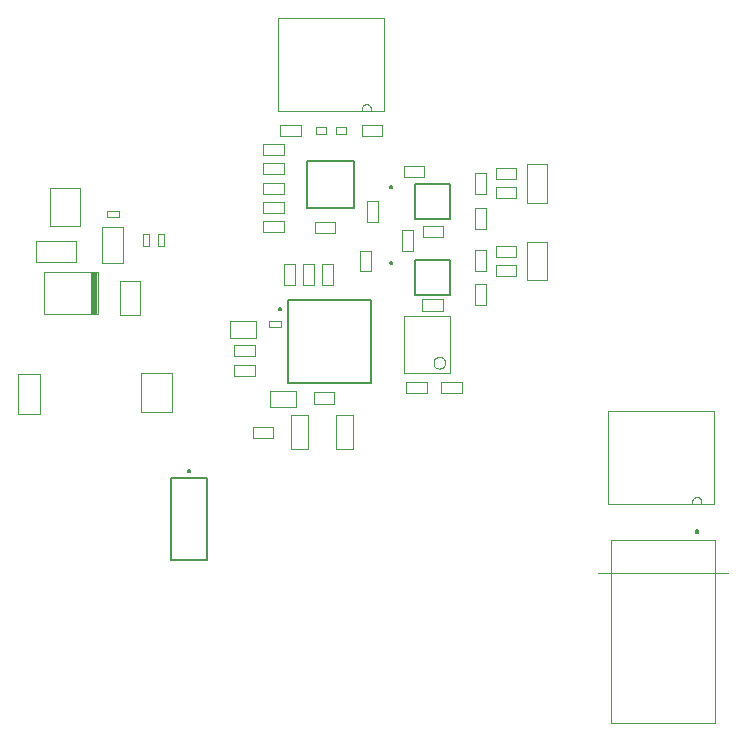
<source format=gbr>
%FSTAX23Y23*%
%MOIN*%
%SFA1B1*%

%IPPOS*%
%ADD71C,0.007874*%
%ADD74C,0.005000*%
%ADD114C,0.003937*%
%ADD116R,0.024199X0.141732*%
%LNpcb_power_measurement_mechanical_13-1*%
%LPD*%
G54D71*
X04621Y01848D02*
D01*
X04621Y01848*
X04621Y01848*
X04621Y01848*
X04621Y01849*
X04621Y01849*
X0462Y01849*
X0462Y0185*
X0462Y0185*
X0462Y0185*
X0462Y0185*
X0462Y0185*
X04619Y01851*
X04619Y01851*
X04619Y01851*
X04619Y01851*
X04619Y01851*
X04618Y01851*
X04618Y01851*
X04618Y01851*
X04618Y01852*
X04617Y01852*
X04617Y01852*
X04617*
X04616Y01852*
X04616Y01852*
X04616Y01851*
X04616Y01851*
X04615Y01851*
X04615Y01851*
X04615Y01851*
X04615Y01851*
X04614Y01851*
X04614Y01851*
X04614Y0185*
X04614Y0185*
X04614Y0185*
X04614Y0185*
X04613Y0185*
X04613Y01849*
X04613Y01849*
X04613Y01849*
X04613Y01848*
X04613Y01848*
X04613Y01848*
X04613Y01848*
X04613Y01847*
X04613Y01847*
X04613Y01847*
X04613Y01847*
X04613Y01846*
X04613Y01846*
X04613Y01846*
X04614Y01846*
X04614Y01845*
X04614Y01845*
X04614Y01845*
X04614Y01845*
X04614Y01845*
X04615Y01844*
X04615Y01844*
X04615Y01844*
X04615Y01844*
X04616Y01844*
X04616Y01844*
X04616Y01844*
X04616Y01844*
X04617Y01844*
X04617*
X04617Y01844*
X04618Y01844*
X04618Y01844*
X04618Y01844*
X04618Y01844*
X04619Y01844*
X04619Y01844*
X04619Y01844*
X04619Y01845*
X04619Y01845*
X0462Y01845*
X0462Y01845*
X0462Y01845*
X0462Y01846*
X0462Y01846*
X0462Y01846*
X04621Y01846*
X04621Y01847*
X04621Y01847*
X04621Y01847*
X04621Y01847*
X04621Y01848*
X03602Y02743D02*
D01*
X03602Y02743*
X03602Y02744*
X03602Y02744*
X03602Y02744*
X03602Y02744*
X03602Y02745*
X03602Y02745*
X03602Y02745*
X03602Y02745*
X03601Y02746*
X03601Y02746*
X03601Y02746*
X03601Y02746*
X03601Y02746*
X036Y02746*
X036Y02747*
X036Y02747*
X036Y02747*
X03599Y02747*
X03599Y02747*
X03599Y02747*
X03598Y02747*
X03598*
X03598Y02747*
X03598Y02747*
X03597Y02747*
X03597Y02747*
X03597Y02747*
X03597Y02747*
X03596Y02746*
X03596Y02746*
X03596Y02746*
X03596Y02746*
X03596Y02746*
X03595Y02746*
X03595Y02745*
X03595Y02745*
X03595Y02745*
X03595Y02745*
X03595Y02744*
X03595Y02744*
X03594Y02744*
X03594Y02744*
X03594Y02743*
X03594Y02743*
X03594Y02743*
X03594Y02743*
X03594Y02742*
X03595Y02742*
X03595Y02742*
X03595Y02741*
X03595Y02741*
X03595Y02741*
X03595Y02741*
X03595Y02741*
X03596Y0274*
X03596Y0274*
X03596Y0274*
X03596Y0274*
X03596Y0274*
X03597Y0274*
X03597Y02739*
X03597Y02739*
X03597Y02739*
X03598Y02739*
X03598Y02739*
X03598Y02739*
X03598*
X03599Y02739*
X03599Y02739*
X03599Y02739*
X036Y02739*
X036Y02739*
X036Y0274*
X036Y0274*
X03601Y0274*
X03601Y0274*
X03601Y0274*
X03601Y0274*
X03601Y02741*
X03602Y02741*
X03602Y02741*
X03602Y02741*
X03602Y02741*
X03602Y02742*
X03602Y02742*
X03602Y02742*
X03602Y02743*
X03602Y02743*
X03602Y02743*
Y02996D02*
D01*
X03602Y02996*
X03602Y02997*
X03602Y02997*
X03602Y02997*
X03602Y02997*
X03602Y02998*
X03602Y02998*
X03602Y02998*
X03602Y02998*
X03601Y02999*
X03601Y02999*
X03601Y02999*
X03601Y02999*
X03601Y02999*
X036Y02999*
X036Y03*
X036Y03*
X036Y03*
X03599Y03*
X03599Y03*
X03599Y03*
X03598Y03*
X03598*
X03598Y03*
X03598Y03*
X03597Y03*
X03597Y03*
X03597Y03*
X03597Y03*
X03596Y02999*
X03596Y02999*
X03596Y02999*
X03596Y02999*
X03596Y02999*
X03595Y02999*
X03595Y02998*
X03595Y02998*
X03595Y02998*
X03595Y02998*
X03595Y02997*
X03595Y02997*
X03594Y02997*
X03594Y02997*
X03594Y02996*
X03594Y02996*
X03594Y02996*
X03594Y02996*
X03594Y02995*
X03595Y02995*
X03595Y02995*
X03595Y02994*
X03595Y02994*
X03595Y02994*
X03595Y02994*
X03595Y02994*
X03596Y02993*
X03596Y02993*
X03596Y02993*
X03596Y02993*
X03596Y02993*
X03597Y02993*
X03597Y02992*
X03597Y02992*
X03597Y02992*
X03598Y02992*
X03598Y02992*
X03598Y02992*
X03598*
X03599Y02992*
X03599Y02992*
X03599Y02992*
X036Y02992*
X036Y02992*
X036Y02993*
X036Y02993*
X03601Y02993*
X03601Y02993*
X03601Y02993*
X03601Y02993*
X03601Y02994*
X03602Y02994*
X03602Y02994*
X03602Y02994*
X03602Y02994*
X03602Y02995*
X03602Y02995*
X03602Y02995*
X03602Y02996*
X03602Y02996*
X03602Y02996*
X03232Y0259D02*
D01*
X03232Y0259*
X03232Y02591*
X03232Y02591*
X03232Y02591*
X03232Y02591*
X03231Y02592*
X03231Y02592*
X03231Y02592*
X03231Y02592*
X03231Y02593*
X03231Y02593*
X0323Y02593*
X0323Y02593*
X0323Y02593*
X0323Y02593*
X0323Y02594*
X03229Y02594*
X03229Y02594*
X03229Y02594*
X03229Y02594*
X03228Y02594*
X03228Y02594*
X03228*
X03227Y02594*
X03227Y02594*
X03227Y02594*
X03227Y02594*
X03226Y02594*
X03226Y02594*
X03226Y02593*
X03226Y02593*
X03225Y02593*
X03225Y02593*
X03225Y02593*
X03225Y02593*
X03225Y02592*
X03225Y02592*
X03224Y02592*
X03224Y02592*
X03224Y02591*
X03224Y02591*
X03224Y02591*
X03224Y02591*
X03224Y0259*
X03224Y0259*
X03224Y0259*
X03224Y0259*
X03224Y02589*
X03224Y02589*
X03224Y02589*
X03224Y02588*
X03224Y02588*
X03225Y02588*
X03225Y02588*
X03225Y02588*
X03225Y02587*
X03225Y02587*
X03225Y02587*
X03226Y02587*
X03226Y02587*
X03226Y02587*
X03226Y02586*
X03227Y02586*
X03227Y02586*
X03227Y02586*
X03227Y02586*
X03228Y02586*
X03228*
X03228Y02586*
X03229Y02586*
X03229Y02586*
X03229Y02586*
X03229Y02586*
X0323Y02587*
X0323Y02587*
X0323Y02587*
X0323Y02587*
X0323Y02587*
X03231Y02587*
X03231Y02588*
X03231Y02588*
X03231Y02588*
X03231Y02588*
X03231Y02588*
X03232Y02589*
X03232Y02589*
X03232Y02589*
X03232Y0259*
X03232Y0259*
X03232Y0259*
X02927Y0205D02*
D01*
X02927Y0205*
X02927Y02051*
X02927Y02051*
X02927Y02051*
X02927Y02052*
X02927Y02052*
X02927Y02052*
X02927Y02052*
X02927Y02053*
X02927Y02053*
X02926Y02053*
X02926Y02053*
X02926Y02053*
X02926Y02053*
X02925Y02054*
X02925Y02054*
X02925Y02054*
X02925Y02054*
X02924Y02054*
X02924Y02054*
X02924Y02054*
X02924Y02054*
X02923*
X02923Y02054*
X02923Y02054*
X02923Y02054*
X02922Y02054*
X02922Y02054*
X02922Y02054*
X02922Y02054*
X02921Y02053*
X02921Y02053*
X02921Y02053*
X02921Y02053*
X0292Y02053*
X0292Y02053*
X0292Y02052*
X0292Y02052*
X0292Y02052*
X0292Y02052*
X0292Y02051*
X0292Y02051*
X0292Y02051*
X0292Y0205*
X0292Y0205*
X0292Y0205*
X0292Y0205*
X0292Y02049*
X0292Y02049*
X0292Y02049*
X0292Y02049*
X0292Y02048*
X0292Y02048*
X0292Y02048*
X0292Y02048*
X02921Y02047*
X02921Y02047*
X02921Y02047*
X02921Y02047*
X02922Y02047*
X02922Y02047*
X02922Y02047*
X02922Y02046*
X02923Y02046*
X02923Y02046*
X02923Y02046*
X02923Y02046*
X02924*
X02924Y02046*
X02924Y02046*
X02924Y02046*
X02925Y02046*
X02925Y02047*
X02925Y02047*
X02925Y02047*
X02926Y02047*
X02926Y02047*
X02926Y02047*
X02926Y02047*
X02927Y02048*
X02927Y02048*
X02927Y02048*
X02927Y02048*
X02927Y02049*
X02927Y02049*
X02927Y02049*
X02927Y02049*
X02927Y0205*
X02927Y0205*
X02927Y0205*
G54D74*
X03677Y02753D02*
X03795D01*
X03677Y02635D02*
X03795D01*
X03677D02*
Y02753D01*
X03795Y02635D02*
Y02753D01*
X03677Y03006D02*
X03795D01*
X03677Y02888D02*
X03795D01*
X03677D02*
Y03006D01*
X03795Y02888D02*
Y03006D01*
X03255Y02342D02*
X03531D01*
Y02618*
X03255D02*
X03531D01*
X03255Y02342D02*
Y02618D01*
X03316Y03082D02*
X03474D01*
X03316Y02925D02*
Y03082D01*
Y02925D02*
X03474D01*
Y03082*
X02864Y01752D02*
Y02027D01*
X02983Y01752D02*
Y02027D01*
X02864Y01752D02*
X02983D01*
X02864Y02027D02*
X02983D01*
G54D114*
X04631Y0194D02*
D01*
X04631Y01941*
X04632Y01942*
X04632Y01943*
X04632Y01944*
X04632Y01945*
X04632Y01947*
X04632Y01948*
X04632Y01949*
X04632Y0195*
X04632Y01951*
X04631Y01952*
X04631Y01953*
X0463Y01954*
X0463Y01955*
X04629Y01956*
X04628Y01957*
X04628Y01957*
X04627Y01958*
X04626Y01959*
X04625Y01959*
X04624Y0196*
X04623Y01961*
X04622Y01961*
X04621Y01961*
X0462Y01962*
X04619Y01962*
X04618Y01962*
X04617Y01962*
X04616Y01962*
X04615Y01962*
X04614Y01962*
X04613Y01962*
X04611Y01961*
X0461Y01961*
X04609Y0196*
X04609Y0196*
X04608Y01959*
X04607Y01959*
X04606Y01958*
X04605Y01957*
X04604Y01956*
X04604Y01955*
X04603Y01954*
X04603Y01954*
X04602Y01953*
X04602Y01952*
X04601Y0195*
X04601Y01949*
X04601Y01948*
X04601Y01947*
X04601Y01946*
X04601Y01945*
X04601Y01944*
X04601Y01943*
X04601Y01942*
X04602Y01941*
X04602Y0194*
X03778Y0241D02*
D01*
X03778Y02411*
X03778Y02413*
X03778Y02414*
X03777Y02415*
X03777Y02417*
X03776Y02418*
X03776Y02419*
X03775Y0242*
X03774Y02422*
X03773Y02423*
X03773Y02424*
X03772Y02425*
X0377Y02425*
X03769Y02426*
X03768Y02427*
X03767Y02428*
X03766Y02428*
X03764Y02429*
X03763Y02429*
X03762Y02429*
X0376Y0243*
X03759Y0243*
X03758*
X03756Y0243*
X03755Y02429*
X03754Y02429*
X03752Y02429*
X03751Y02428*
X0375Y02428*
X03749Y02427*
X03747Y02426*
X03746Y02425*
X03745Y02425*
X03744Y02424*
X03743Y02423*
X03742Y02422*
X03742Y0242*
X03741Y02419*
X0374Y02418*
X0374Y02417*
X03739Y02415*
X03739Y02414*
X03739Y02413*
X03739Y02411*
X03739Y0241*
X03739Y02409*
X03739Y02407*
X03739Y02406*
X03739Y02405*
X0374Y02403*
X0374Y02402*
X03741Y02401*
X03742Y024*
X03742Y02398*
X03743Y02397*
X03744Y02396*
X03745Y02395*
X03746Y02394*
X03747Y02394*
X03749Y02393*
X0375Y02392*
X03751Y02392*
X03752Y02391*
X03754Y02391*
X03755Y02391*
X03756Y0239*
X03758Y0239*
X03759*
X0376Y0239*
X03762Y02391*
X03763Y02391*
X03764Y02391*
X03766Y02392*
X03767Y02392*
X03768Y02393*
X03769Y02394*
X0377Y02394*
X03772Y02395*
X03773Y02396*
X03773Y02397*
X03774Y02398*
X03775Y024*
X03776Y02401*
X03776Y02402*
X03777Y02403*
X03777Y02405*
X03778Y02406*
X03778Y02407*
X03778Y02409*
X03778Y0241*
X0353Y03249D02*
D01*
X0353Y0325*
X0353Y03251*
X03531Y03252*
X03531Y03253*
X03531Y03255*
X03531Y03256*
X03531Y03257*
X03531Y03258*
X03531Y03259*
X0353Y0326*
X0353Y03261*
X0353Y03262*
X03529Y03263*
X03528Y03264*
X03528Y03265*
X03527Y03266*
X03526Y03266*
X03526Y03267*
X03525Y03268*
X03524Y03269*
X03523Y03269*
X03522Y0327*
X03521Y0327*
X0352Y0327*
X03519Y03271*
X03518Y03271*
X03517Y03271*
X03516Y03271*
X03514Y03271*
X03513Y03271*
X03512Y03271*
X03511Y03271*
X0351Y0327*
X03509Y0327*
X03508Y03269*
X03507Y03269*
X03506Y03268*
X03505Y03268*
X03505Y03267*
X03504Y03266*
X03503Y03265*
X03502Y03264*
X03502Y03264*
X03501Y03263*
X03501Y03262*
X035Y03261*
X035Y0326*
X035Y03258*
X035Y03257*
X035Y03256*
X035Y03255*
X035Y03254*
X035Y03253*
X035Y03252*
X035Y03251*
X03501Y0325*
X03501Y03249*
X04287Y0171D02*
X0472D01*
X0433Y0121D02*
X04677D01*
X0433Y0182D02*
X04677D01*
Y0121D02*
Y0182D01*
X0433Y0121D02*
Y0182D01*
X03708Y0303D02*
Y03067D01*
X03639Y0303D02*
Y03067D01*
Y0303D02*
X03708D01*
X03639Y03067D02*
X03708D01*
X04052Y02686D02*
X04117D01*
X04052Y02813D02*
X04117D01*
X04052Y02686D02*
Y02813D01*
X04117Y02686D02*
Y02813D01*
X03876Y02672D02*
X03913D01*
X03876Y02603D02*
X03913D01*
Y02672*
X03876Y02603D02*
Y02672D01*
Y02856D02*
X03913D01*
X03876Y02925D02*
X03913D01*
X03876Y02856D02*
Y02925D01*
X03913Y02856D02*
Y02925D01*
X04674Y01939D02*
Y0225D01*
X04322Y01939D02*
X04674D01*
X04322D02*
Y0225D01*
X04674*
X0323Y02529D02*
Y0255D01*
X03189Y02529D02*
Y0255D01*
Y02529D02*
X0323D01*
X03189Y0255D02*
X0323D01*
X03281Y02262D02*
Y02317D01*
X03194Y02262D02*
Y02317D01*
Y02262D02*
X03281D01*
X03194Y02317D02*
X03281D01*
X03702Y02621D02*
X03771D01*
X03702Y02584D02*
X03771D01*
X03702D02*
Y02621D01*
X03771Y02584D02*
Y02621D01*
X03876Y02973D02*
X03913D01*
X03876Y03042D02*
X03913D01*
X03876Y02973D02*
Y03042D01*
X03913Y02973D02*
Y03042D01*
X03339Y02274D02*
Y02312D01*
X03408Y02274D02*
Y02312D01*
X03339D02*
X03408D01*
X03339Y02274D02*
X03408D01*
X03876Y02785D02*
X03913D01*
X03876Y02716D02*
X03913D01*
Y02785*
X03876Y02716D02*
Y02785D01*
X02867Y02247D02*
Y02375D01*
X02764Y02247D02*
Y02375D01*
X02867*
X02764Y02247D02*
X02867D01*
X0244Y02572D02*
Y02714D01*
X0262Y02572D02*
Y02714D01*
X0244D02*
X0262D01*
X0244Y02572D02*
X0262D01*
X02355Y0224D02*
X02426D01*
X02355Y02374D02*
X02426D01*
X02355Y0224D02*
Y02374D01*
X02426Y0224D02*
Y02374D01*
X02633Y02864D02*
X02704D01*
X02633Y02742D02*
X02704D01*
X02633D02*
Y02864D01*
X02704Y02742D02*
Y02864D01*
X0265Y02895D02*
X0269D01*
X0265Y02915D02*
X0269D01*
Y02895D02*
Y02915D01*
X0265Y02895D02*
Y02915D01*
X02819Y0284D02*
X02841D01*
X02819Y02799D02*
X02841D01*
Y0284*
X02819Y02799D02*
Y0284D01*
X0277Y02799D02*
X02792D01*
X0277Y0284D02*
X02792D01*
X0277Y02799D02*
Y0284D01*
X02792Y02799D02*
Y0284D01*
X02413Y02745D02*
Y02815D01*
X02547Y02745D02*
Y02815D01*
X02413D02*
X02547D01*
X02413Y02745D02*
X02547D01*
X02693Y0257D02*
X0276D01*
X02693Y02683D02*
X0276D01*
X02693Y0257D02*
Y02683D01*
X0276Y0257D02*
Y02683D01*
X0246Y02866D02*
Y02994D01*
X02562Y02866D02*
Y02994D01*
X0246Y02866D02*
X02562D01*
X0246Y02994D02*
X02562D01*
X04052Y02943D02*
X04117D01*
X04052Y03071D02*
X04117D01*
X04052Y02943D02*
Y03071D01*
X04117Y02943D02*
Y03071D01*
X04015Y02958D02*
Y02995D01*
X03946Y02958D02*
Y02995D01*
Y02958D02*
X04015D01*
X03946Y02995D02*
X04015D01*
Y02763D02*
Y028D01*
X03946Y02763D02*
Y028D01*
Y02763D02*
X04015D01*
X03946Y028D02*
X04015D01*
Y027D02*
Y02737D01*
X03946Y027D02*
Y02737D01*
Y027D02*
X04015D01*
X03946Y02737D02*
X04015D01*
X03633Y02782D02*
X0367D01*
X03633Y02851D02*
X0367D01*
X03633Y02782D02*
Y02851D01*
X0367Y02782D02*
Y02851D01*
X03772Y02828D02*
Y02865D01*
X03703Y02828D02*
Y02865D01*
Y02828D02*
X03772D01*
X03703Y02865D02*
X03772D01*
X04015Y03021D02*
Y03058D01*
X03946Y03021D02*
Y03058D01*
Y03021D02*
X04015D01*
X03946Y03058D02*
X04015D01*
X03265Y02235D02*
X0332D01*
X03265Y02121D02*
X0332D01*
X03265D02*
Y02235D01*
X0332Y02121D02*
Y02235D01*
X03415Y02121D02*
X0347D01*
X03415Y02235D02*
X0347D01*
Y02121D02*
Y02235D01*
X03415Y02121D02*
Y02235D01*
X03136Y0216D02*
Y02197D01*
X03205Y0216D02*
Y02197D01*
X03136D02*
X03205D01*
X03136Y0216D02*
X03205D01*
X03647Y02309D02*
Y02346D01*
X03716Y02309D02*
Y02346D01*
X03647D02*
X03716D01*
X03647Y02309D02*
X03716D01*
X03764D02*
Y02346D01*
X03833Y02309D02*
Y02346D01*
X03764D02*
X03833D01*
X03764Y02309D02*
X03833D01*
X03794Y02375D02*
Y02567D01*
X0364Y02375D02*
Y02567D01*
Y02375D02*
X03794D01*
X0364Y02567D02*
X03794D01*
X03494Y02784D02*
X03532D01*
X03494Y02715D02*
X03532D01*
Y02784*
X03494Y02715D02*
Y02784D01*
X03367Y02738D02*
X03404D01*
X03367Y02669D02*
X03404D01*
Y02738*
X03367Y02669D02*
Y02738D01*
X03304D02*
X03341D01*
X03304Y02669D02*
X03341D01*
Y02738*
X03304Y02669D02*
Y02738D01*
X0324Y02669D02*
X03277D01*
X0324Y02738D02*
X03277D01*
X0324Y02669D02*
Y02738D01*
X03277Y02669D02*
Y02738D01*
X03074Y02365D02*
Y02403D01*
X03143Y02365D02*
Y02403D01*
X03074D02*
X03143D01*
X03074Y02365D02*
X03143D01*
X03074Y02431D02*
Y02469D01*
X03143Y02431D02*
Y02469D01*
X03074D02*
X03143D01*
X03074Y02431D02*
X03143D01*
X03062Y02494D02*
Y02549D01*
X03148Y02494D02*
Y02549D01*
X03062D02*
X03148D01*
X03062Y02494D02*
X03148D01*
X03518Y0288D02*
X03555D01*
X03518Y02949D02*
X03555D01*
X03518Y0288D02*
Y02949D01*
X03555Y0288D02*
Y02949D01*
X03412Y02843D02*
Y0288D01*
X03343Y02843D02*
Y0288D01*
Y02843D02*
X03412D01*
X03343Y0288D02*
X03412D01*
X03172Y02908D02*
Y02945D01*
X03241Y02908D02*
Y02945D01*
X03172D02*
X03241D01*
X03172Y02908D02*
X03241D01*
Y03038D02*
Y03075D01*
X03172Y03038D02*
Y03075D01*
Y03038D02*
X03241D01*
X03172Y03075D02*
X03241D01*
X03172Y03101D02*
Y03138D01*
X03241Y03101D02*
Y03138D01*
X03172D02*
X03241D01*
X03172Y03101D02*
X03241D01*
Y02845D02*
Y02883D01*
X03172Y02845D02*
Y02883D01*
Y02845D02*
X03241D01*
X03172Y02883D02*
X03241D01*
Y02971D02*
Y03009D01*
X03172Y02971D02*
Y03009D01*
Y02971D02*
X03241D01*
X03172Y03009D02*
X03241D01*
X03499Y03166D02*
Y03203D01*
X03567Y03166D02*
Y03203D01*
X03499D02*
X03567D01*
X03499Y03166D02*
X03567D01*
X03415Y03171D02*
X03446D01*
X03415Y03195D02*
X03446D01*
Y03171D02*
Y03195D01*
X03415Y03171D02*
Y03195D01*
X03348D02*
X03379D01*
X03348Y03171D02*
X03379D01*
X03348D02*
Y03195D01*
X03379Y03171D02*
Y03195D01*
X03227Y03166D02*
Y03203D01*
X03296Y03166D02*
Y03203D01*
X03227D02*
X03296D01*
X03227Y03166D02*
X03296D01*
X03221Y03559D02*
X03573D01*
X03221Y03248D02*
Y03559D01*
Y03248D02*
X03573D01*
Y03559*
G54D116*
X02608Y02643D03*
M02*
</source>
